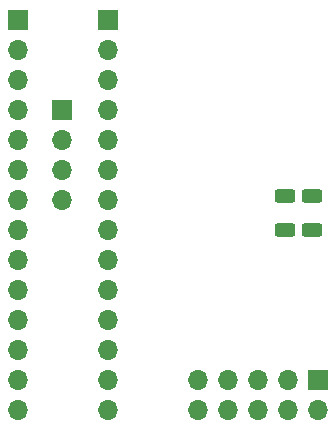
<source format=gbs>
G04 #@! TF.GenerationSoftware,KiCad,Pcbnew,9.0.0*
G04 #@! TF.CreationDate,2025-05-26T23:55:01+02:00*
G04 #@! TF.ProjectId,ckbd,636b6264-2e6b-4696-9361-645f70636258,c*
G04 #@! TF.SameCoordinates,Original*
G04 #@! TF.FileFunction,Soldermask,Bot*
G04 #@! TF.FilePolarity,Negative*
%FSLAX46Y46*%
G04 Gerber Fmt 4.6, Leading zero omitted, Abs format (unit mm)*
G04 Created by KiCad (PCBNEW 9.0.0) date 2025-05-26 23:55:01*
%MOMM*%
%LPD*%
G01*
G04 APERTURE LIST*
G04 Aperture macros list*
%AMRoundRect*
0 Rectangle with rounded corners*
0 $1 Rounding radius*
0 $2 $3 $4 $5 $6 $7 $8 $9 X,Y pos of 4 corners*
0 Add a 4 corners polygon primitive as box body*
4,1,4,$2,$3,$4,$5,$6,$7,$8,$9,$2,$3,0*
0 Add four circle primitives for the rounded corners*
1,1,$1+$1,$2,$3*
1,1,$1+$1,$4,$5*
1,1,$1+$1,$6,$7*
1,1,$1+$1,$8,$9*
0 Add four rect primitives between the rounded corners*
20,1,$1+$1,$2,$3,$4,$5,0*
20,1,$1+$1,$4,$5,$6,$7,0*
20,1,$1+$1,$6,$7,$8,$9,0*
20,1,$1+$1,$8,$9,$2,$3,0*%
G04 Aperture macros list end*
%ADD10R,1.700000X1.700000*%
%ADD11O,1.700000X1.700000*%
%ADD12RoundRect,0.250000X-0.625000X0.312500X-0.625000X-0.312500X0.625000X-0.312500X0.625000X0.312500X0*%
G04 APERTURE END LIST*
D10*
X114833400Y-41351200D03*
D11*
X114833400Y-43891200D03*
X114833400Y-46431200D03*
X114833400Y-48971200D03*
X114833400Y-51511200D03*
X114833400Y-54051200D03*
X114833400Y-56591200D03*
X114833400Y-59131200D03*
X114833400Y-61671200D03*
X114833400Y-64211200D03*
X114833400Y-66751200D03*
X114833400Y-69291200D03*
X114833400Y-71831200D03*
X114833400Y-74371200D03*
D10*
X132613400Y-71831200D03*
D11*
X132613400Y-74371200D03*
X130073400Y-71831200D03*
X130073400Y-74371200D03*
X127533400Y-71831200D03*
X127533400Y-74371200D03*
X124993400Y-71831200D03*
X124993400Y-74371200D03*
X122453400Y-71831200D03*
X122453400Y-74371200D03*
D10*
X110972600Y-48971200D03*
D11*
X110972600Y-51511200D03*
X110972600Y-54051200D03*
X110972600Y-56591200D03*
D10*
X107213400Y-41351200D03*
D11*
X107213400Y-43891200D03*
X107213400Y-46431200D03*
X107213400Y-48971200D03*
X107213400Y-51511200D03*
X107213400Y-54051200D03*
X107213400Y-56591200D03*
X107213400Y-59131200D03*
X107213400Y-61671200D03*
X107213400Y-64211200D03*
X107213400Y-66751200D03*
X107213400Y-69291200D03*
X107213400Y-71831200D03*
X107213400Y-74371200D03*
D12*
X129794000Y-56246300D03*
X129794000Y-59171300D03*
X132130800Y-56246300D03*
X132130800Y-59171300D03*
M02*

</source>
